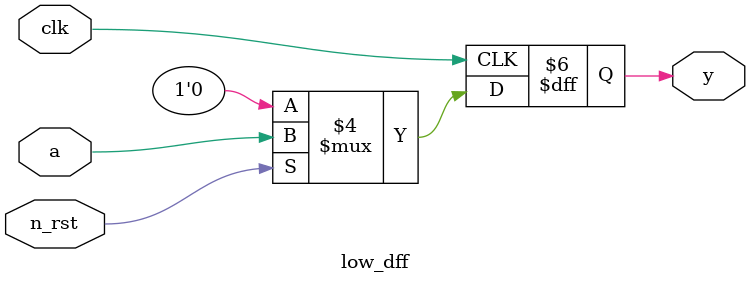
<source format=v>
module low_dff(
    input a,
	input clk,
	input n_rst,
	output reg y
);
	always@(posedge clk )
	begin
		if(!n_rst)
			y <= 1'b0;
		else
			y <= a;
	end

endmodule

</source>
